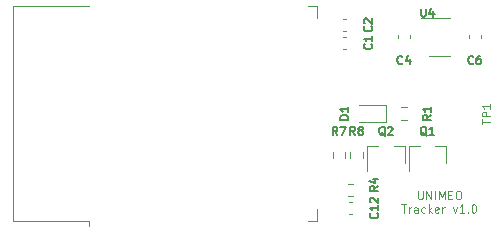
<source format=gto>
G04 #@! TF.GenerationSoftware,KiCad,Pcbnew,(5.1.10)-1*
G04 #@! TF.CreationDate,2021-10-28T01:20:31+09:00*
G04 #@! TF.ProjectId,cat_tracker,6361745f-7472-4616-936b-65722e6b6963,rev?*
G04 #@! TF.SameCoordinates,Original*
G04 #@! TF.FileFunction,Legend,Top*
G04 #@! TF.FilePolarity,Positive*
%FSLAX46Y46*%
G04 Gerber Fmt 4.6, Leading zero omitted, Abs format (unit mm)*
G04 Created by KiCad (PCBNEW (5.1.10)-1) date 2021-10-28 01:20:31*
%MOMM*%
%LPD*%
G01*
G04 APERTURE LIST*
%ADD10C,0.100000*%
%ADD11C,0.120000*%
%ADD12C,0.150000*%
G04 APERTURE END LIST*
D10*
X58683333Y-46041666D02*
X58683333Y-46608333D01*
X58716666Y-46675000D01*
X58750000Y-46708333D01*
X58816666Y-46741666D01*
X58950000Y-46741666D01*
X59016666Y-46708333D01*
X59050000Y-46675000D01*
X59083333Y-46608333D01*
X59083333Y-46041666D01*
X59416666Y-46741666D02*
X59416666Y-46041666D01*
X59816666Y-46741666D01*
X59816666Y-46041666D01*
X60150000Y-46741666D02*
X60150000Y-46041666D01*
X60483333Y-46741666D02*
X60483333Y-46041666D01*
X60716666Y-46541666D01*
X60950000Y-46041666D01*
X60950000Y-46741666D01*
X61283333Y-46375000D02*
X61516666Y-46375000D01*
X61616666Y-46741666D02*
X61283333Y-46741666D01*
X61283333Y-46041666D01*
X61616666Y-46041666D01*
X62050000Y-46041666D02*
X62183333Y-46041666D01*
X62250000Y-46075000D01*
X62316666Y-46141666D01*
X62350000Y-46275000D01*
X62350000Y-46508333D01*
X62316666Y-46641666D01*
X62250000Y-46708333D01*
X62183333Y-46741666D01*
X62050000Y-46741666D01*
X61983333Y-46708333D01*
X61916666Y-46641666D01*
X61883333Y-46508333D01*
X61883333Y-46275000D01*
X61916666Y-46141666D01*
X61983333Y-46075000D01*
X62050000Y-46041666D01*
X57300000Y-47191666D02*
X57700000Y-47191666D01*
X57500000Y-47891666D02*
X57500000Y-47191666D01*
X57933333Y-47891666D02*
X57933333Y-47425000D01*
X57933333Y-47558333D02*
X57966666Y-47491666D01*
X58000000Y-47458333D01*
X58066666Y-47425000D01*
X58133333Y-47425000D01*
X58666666Y-47891666D02*
X58666666Y-47525000D01*
X58633333Y-47458333D01*
X58566666Y-47425000D01*
X58433333Y-47425000D01*
X58366666Y-47458333D01*
X58666666Y-47858333D02*
X58600000Y-47891666D01*
X58433333Y-47891666D01*
X58366666Y-47858333D01*
X58333333Y-47791666D01*
X58333333Y-47725000D01*
X58366666Y-47658333D01*
X58433333Y-47625000D01*
X58600000Y-47625000D01*
X58666666Y-47591666D01*
X59300000Y-47858333D02*
X59233333Y-47891666D01*
X59100000Y-47891666D01*
X59033333Y-47858333D01*
X59000000Y-47825000D01*
X58966666Y-47758333D01*
X58966666Y-47558333D01*
X59000000Y-47491666D01*
X59033333Y-47458333D01*
X59100000Y-47425000D01*
X59233333Y-47425000D01*
X59300000Y-47458333D01*
X59600000Y-47891666D02*
X59600000Y-47191666D01*
X59666666Y-47625000D02*
X59866666Y-47891666D01*
X59866666Y-47425000D02*
X59600000Y-47691666D01*
X60433333Y-47858333D02*
X60366666Y-47891666D01*
X60233333Y-47891666D01*
X60166666Y-47858333D01*
X60133333Y-47791666D01*
X60133333Y-47525000D01*
X60166666Y-47458333D01*
X60233333Y-47425000D01*
X60366666Y-47425000D01*
X60433333Y-47458333D01*
X60466666Y-47525000D01*
X60466666Y-47591666D01*
X60133333Y-47658333D01*
X60766666Y-47891666D02*
X60766666Y-47425000D01*
X60766666Y-47558333D02*
X60800000Y-47491666D01*
X60833333Y-47458333D01*
X60900000Y-47425000D01*
X60966666Y-47425000D01*
X61666666Y-47425000D02*
X61833333Y-47891666D01*
X62000000Y-47425000D01*
X62633333Y-47891666D02*
X62233333Y-47891666D01*
X62433333Y-47891666D02*
X62433333Y-47191666D01*
X62366666Y-47291666D01*
X62300000Y-47358333D01*
X62233333Y-47391666D01*
X62933333Y-47825000D02*
X62966666Y-47858333D01*
X62933333Y-47891666D01*
X62900000Y-47858333D01*
X62933333Y-47825000D01*
X62933333Y-47891666D01*
X63400000Y-47191666D02*
X63466666Y-47191666D01*
X63533333Y-47225000D01*
X63566666Y-47258333D01*
X63600000Y-47325000D01*
X63633333Y-47458333D01*
X63633333Y-47625000D01*
X63600000Y-47758333D01*
X63566666Y-47825000D01*
X63533333Y-47858333D01*
X63466666Y-47891666D01*
X63400000Y-47891666D01*
X63333333Y-47858333D01*
X63300000Y-47825000D01*
X63266666Y-47758333D01*
X63233333Y-47625000D01*
X63233333Y-47458333D01*
X63266666Y-47325000D01*
X63300000Y-47258333D01*
X63333333Y-47225000D01*
X63400000Y-47191666D01*
D11*
X54022500Y-43237258D02*
X54022500Y-42762742D01*
X52977500Y-43237258D02*
X52977500Y-42762742D01*
X52522500Y-43237258D02*
X52522500Y-42762742D01*
X51477500Y-43237258D02*
X51477500Y-42762742D01*
X52762742Y-46522500D02*
X53237258Y-46522500D01*
X52762742Y-45477500D02*
X53237258Y-45477500D01*
X57262742Y-40022500D02*
X57737258Y-40022500D01*
X57262742Y-38977500D02*
X57737258Y-38977500D01*
X57580000Y-42240000D02*
X57580000Y-43700000D01*
X54420000Y-42240000D02*
X54420000Y-44400000D01*
X54420000Y-42240000D02*
X55350000Y-42240000D01*
X57580000Y-42240000D02*
X56650000Y-42240000D01*
X61080000Y-42240000D02*
X61080000Y-43700000D01*
X57920000Y-42240000D02*
X57920000Y-44400000D01*
X57920000Y-42240000D02*
X58850000Y-42240000D01*
X61080000Y-42240000D02*
X60150000Y-42240000D01*
X55985000Y-38765000D02*
X53700000Y-38765000D01*
X55985000Y-40235000D02*
X55985000Y-38765000D01*
X53700000Y-40235000D02*
X55985000Y-40235000D01*
X53140580Y-46990000D02*
X52859420Y-46990000D01*
X53140580Y-48010000D02*
X52859420Y-48010000D01*
X64010000Y-33140580D02*
X64010000Y-32859420D01*
X62990000Y-33140580D02*
X62990000Y-32859420D01*
X56990000Y-32859420D02*
X56990000Y-33140580D01*
X58010000Y-32859420D02*
X58010000Y-33140580D01*
X52640580Y-31490000D02*
X52359420Y-31490000D01*
X52640580Y-32510000D02*
X52359420Y-32510000D01*
X52640580Y-32990000D02*
X52359420Y-32990000D01*
X52640580Y-34010000D02*
X52359420Y-34010000D01*
X30805000Y-48620000D02*
X30805000Y-49000000D01*
X24385000Y-48620000D02*
X30805000Y-48620000D01*
X24385000Y-30380000D02*
X30805000Y-30380000D01*
X24385000Y-48620000D02*
X24385000Y-30380000D01*
X50130000Y-30380000D02*
X50130000Y-31380000D01*
X49350000Y-30380000D02*
X50130000Y-30380000D01*
X50130000Y-48620000D02*
X50130000Y-47620000D01*
X49350000Y-48620000D02*
X50130000Y-48620000D01*
X61400000Y-31390000D02*
X58950000Y-31390000D01*
X59600000Y-34610000D02*
X61400000Y-34610000D01*
D12*
X53383333Y-41316666D02*
X53150000Y-40983333D01*
X52983333Y-41316666D02*
X52983333Y-40616666D01*
X53250000Y-40616666D01*
X53316666Y-40650000D01*
X53350000Y-40683333D01*
X53383333Y-40750000D01*
X53383333Y-40850000D01*
X53350000Y-40916666D01*
X53316666Y-40950000D01*
X53250000Y-40983333D01*
X52983333Y-40983333D01*
X53783333Y-40916666D02*
X53716666Y-40883333D01*
X53683333Y-40850000D01*
X53650000Y-40783333D01*
X53650000Y-40750000D01*
X53683333Y-40683333D01*
X53716666Y-40650000D01*
X53783333Y-40616666D01*
X53916666Y-40616666D01*
X53983333Y-40650000D01*
X54016666Y-40683333D01*
X54050000Y-40750000D01*
X54050000Y-40783333D01*
X54016666Y-40850000D01*
X53983333Y-40883333D01*
X53916666Y-40916666D01*
X53783333Y-40916666D01*
X53716666Y-40950000D01*
X53683333Y-40983333D01*
X53650000Y-41050000D01*
X53650000Y-41183333D01*
X53683333Y-41250000D01*
X53716666Y-41283333D01*
X53783333Y-41316666D01*
X53916666Y-41316666D01*
X53983333Y-41283333D01*
X54016666Y-41250000D01*
X54050000Y-41183333D01*
X54050000Y-41050000D01*
X54016666Y-40983333D01*
X53983333Y-40950000D01*
X53916666Y-40916666D01*
X51883333Y-41316666D02*
X51650000Y-40983333D01*
X51483333Y-41316666D02*
X51483333Y-40616666D01*
X51750000Y-40616666D01*
X51816666Y-40650000D01*
X51850000Y-40683333D01*
X51883333Y-40750000D01*
X51883333Y-40850000D01*
X51850000Y-40916666D01*
X51816666Y-40950000D01*
X51750000Y-40983333D01*
X51483333Y-40983333D01*
X52116666Y-40616666D02*
X52583333Y-40616666D01*
X52283333Y-41316666D01*
X55316666Y-45616666D02*
X54983333Y-45850000D01*
X55316666Y-46016666D02*
X54616666Y-46016666D01*
X54616666Y-45750000D01*
X54650000Y-45683333D01*
X54683333Y-45650000D01*
X54750000Y-45616666D01*
X54850000Y-45616666D01*
X54916666Y-45650000D01*
X54950000Y-45683333D01*
X54983333Y-45750000D01*
X54983333Y-46016666D01*
X54850000Y-45016666D02*
X55316666Y-45016666D01*
X54583333Y-45183333D02*
X55083333Y-45350000D01*
X55083333Y-44916666D01*
X59816666Y-39616666D02*
X59483333Y-39850000D01*
X59816666Y-40016666D02*
X59116666Y-40016666D01*
X59116666Y-39750000D01*
X59150000Y-39683333D01*
X59183333Y-39650000D01*
X59250000Y-39616666D01*
X59350000Y-39616666D01*
X59416666Y-39650000D01*
X59450000Y-39683333D01*
X59483333Y-39750000D01*
X59483333Y-40016666D01*
X59816666Y-38950000D02*
X59816666Y-39350000D01*
X59816666Y-39150000D02*
X59116666Y-39150000D01*
X59216666Y-39216666D01*
X59283333Y-39283333D01*
X59316666Y-39350000D01*
X55933333Y-41383333D02*
X55866666Y-41350000D01*
X55800000Y-41283333D01*
X55700000Y-41183333D01*
X55633333Y-41150000D01*
X55566666Y-41150000D01*
X55600000Y-41316666D02*
X55533333Y-41283333D01*
X55466666Y-41216666D01*
X55433333Y-41083333D01*
X55433333Y-40850000D01*
X55466666Y-40716666D01*
X55533333Y-40650000D01*
X55600000Y-40616666D01*
X55733333Y-40616666D01*
X55800000Y-40650000D01*
X55866666Y-40716666D01*
X55900000Y-40850000D01*
X55900000Y-41083333D01*
X55866666Y-41216666D01*
X55800000Y-41283333D01*
X55733333Y-41316666D01*
X55600000Y-41316666D01*
X56166666Y-40683333D02*
X56200000Y-40650000D01*
X56266666Y-40616666D01*
X56433333Y-40616666D01*
X56500000Y-40650000D01*
X56533333Y-40683333D01*
X56566666Y-40750000D01*
X56566666Y-40816666D01*
X56533333Y-40916666D01*
X56133333Y-41316666D01*
X56566666Y-41316666D01*
X59433333Y-41383333D02*
X59366666Y-41350000D01*
X59300000Y-41283333D01*
X59200000Y-41183333D01*
X59133333Y-41150000D01*
X59066666Y-41150000D01*
X59100000Y-41316666D02*
X59033333Y-41283333D01*
X58966666Y-41216666D01*
X58933333Y-41083333D01*
X58933333Y-40850000D01*
X58966666Y-40716666D01*
X59033333Y-40650000D01*
X59100000Y-40616666D01*
X59233333Y-40616666D01*
X59300000Y-40650000D01*
X59366666Y-40716666D01*
X59400000Y-40850000D01*
X59400000Y-41083333D01*
X59366666Y-41216666D01*
X59300000Y-41283333D01*
X59233333Y-41316666D01*
X59100000Y-41316666D01*
X60066666Y-41316666D02*
X59666666Y-41316666D01*
X59866666Y-41316666D02*
X59866666Y-40616666D01*
X59800000Y-40716666D01*
X59733333Y-40783333D01*
X59666666Y-40816666D01*
X52816666Y-40016666D02*
X52116666Y-40016666D01*
X52116666Y-39850000D01*
X52150000Y-39750000D01*
X52216666Y-39683333D01*
X52283333Y-39650000D01*
X52416666Y-39616666D01*
X52516666Y-39616666D01*
X52650000Y-39650000D01*
X52716666Y-39683333D01*
X52783333Y-39750000D01*
X52816666Y-39850000D01*
X52816666Y-40016666D01*
X52816666Y-38950000D02*
X52816666Y-39350000D01*
X52816666Y-39150000D02*
X52116666Y-39150000D01*
X52216666Y-39216666D01*
X52283333Y-39283333D01*
X52316666Y-39350000D01*
X55250000Y-47950000D02*
X55283333Y-47983333D01*
X55316666Y-48083333D01*
X55316666Y-48150000D01*
X55283333Y-48250000D01*
X55216666Y-48316666D01*
X55150000Y-48350000D01*
X55016666Y-48383333D01*
X54916666Y-48383333D01*
X54783333Y-48350000D01*
X54716666Y-48316666D01*
X54650000Y-48250000D01*
X54616666Y-48150000D01*
X54616666Y-48083333D01*
X54650000Y-47983333D01*
X54683333Y-47950000D01*
X55316666Y-47283333D02*
X55316666Y-47683333D01*
X55316666Y-47483333D02*
X54616666Y-47483333D01*
X54716666Y-47550000D01*
X54783333Y-47616666D01*
X54816666Y-47683333D01*
X54683333Y-47016666D02*
X54650000Y-46983333D01*
X54616666Y-46916666D01*
X54616666Y-46750000D01*
X54650000Y-46683333D01*
X54683333Y-46650000D01*
X54750000Y-46616666D01*
X54816666Y-46616666D01*
X54916666Y-46650000D01*
X55316666Y-47050000D01*
X55316666Y-46616666D01*
X63383333Y-35250000D02*
X63350000Y-35283333D01*
X63250000Y-35316666D01*
X63183333Y-35316666D01*
X63083333Y-35283333D01*
X63016666Y-35216666D01*
X62983333Y-35150000D01*
X62950000Y-35016666D01*
X62950000Y-34916666D01*
X62983333Y-34783333D01*
X63016666Y-34716666D01*
X63083333Y-34650000D01*
X63183333Y-34616666D01*
X63250000Y-34616666D01*
X63350000Y-34650000D01*
X63383333Y-34683333D01*
X63983333Y-34616666D02*
X63850000Y-34616666D01*
X63783333Y-34650000D01*
X63750000Y-34683333D01*
X63683333Y-34783333D01*
X63650000Y-34916666D01*
X63650000Y-35183333D01*
X63683333Y-35250000D01*
X63716666Y-35283333D01*
X63783333Y-35316666D01*
X63916666Y-35316666D01*
X63983333Y-35283333D01*
X64016666Y-35250000D01*
X64050000Y-35183333D01*
X64050000Y-35016666D01*
X64016666Y-34950000D01*
X63983333Y-34916666D01*
X63916666Y-34883333D01*
X63783333Y-34883333D01*
X63716666Y-34916666D01*
X63683333Y-34950000D01*
X63650000Y-35016666D01*
X57383333Y-35250000D02*
X57350000Y-35283333D01*
X57250000Y-35316666D01*
X57183333Y-35316666D01*
X57083333Y-35283333D01*
X57016666Y-35216666D01*
X56983333Y-35150000D01*
X56950000Y-35016666D01*
X56950000Y-34916666D01*
X56983333Y-34783333D01*
X57016666Y-34716666D01*
X57083333Y-34650000D01*
X57183333Y-34616666D01*
X57250000Y-34616666D01*
X57350000Y-34650000D01*
X57383333Y-34683333D01*
X57983333Y-34850000D02*
X57983333Y-35316666D01*
X57816666Y-34583333D02*
X57650000Y-35083333D01*
X58083333Y-35083333D01*
X54750000Y-32116666D02*
X54783333Y-32150000D01*
X54816666Y-32250000D01*
X54816666Y-32316666D01*
X54783333Y-32416666D01*
X54716666Y-32483333D01*
X54650000Y-32516666D01*
X54516666Y-32550000D01*
X54416666Y-32550000D01*
X54283333Y-32516666D01*
X54216666Y-32483333D01*
X54150000Y-32416666D01*
X54116666Y-32316666D01*
X54116666Y-32250000D01*
X54150000Y-32150000D01*
X54183333Y-32116666D01*
X54183333Y-31850000D02*
X54150000Y-31816666D01*
X54116666Y-31750000D01*
X54116666Y-31583333D01*
X54150000Y-31516666D01*
X54183333Y-31483333D01*
X54250000Y-31450000D01*
X54316666Y-31450000D01*
X54416666Y-31483333D01*
X54816666Y-31883333D01*
X54816666Y-31450000D01*
X54750000Y-33616666D02*
X54783333Y-33650000D01*
X54816666Y-33750000D01*
X54816666Y-33816666D01*
X54783333Y-33916666D01*
X54716666Y-33983333D01*
X54650000Y-34016666D01*
X54516666Y-34050000D01*
X54416666Y-34050000D01*
X54283333Y-34016666D01*
X54216666Y-33983333D01*
X54150000Y-33916666D01*
X54116666Y-33816666D01*
X54116666Y-33750000D01*
X54150000Y-33650000D01*
X54183333Y-33616666D01*
X54816666Y-32950000D02*
X54816666Y-33350000D01*
X54816666Y-33150000D02*
X54116666Y-33150000D01*
X54216666Y-33216666D01*
X54283333Y-33283333D01*
X54316666Y-33350000D01*
X58966666Y-30616666D02*
X58966666Y-31183333D01*
X59000000Y-31250000D01*
X59033333Y-31283333D01*
X59100000Y-31316666D01*
X59233333Y-31316666D01*
X59300000Y-31283333D01*
X59333333Y-31250000D01*
X59366666Y-31183333D01*
X59366666Y-30616666D01*
X60000000Y-30850000D02*
X60000000Y-31316666D01*
X59833333Y-30583333D02*
X59666666Y-31083333D01*
X60100000Y-31083333D01*
D10*
X64116666Y-40383333D02*
X64116666Y-39983333D01*
X64816666Y-40183333D02*
X64116666Y-40183333D01*
X64816666Y-39750000D02*
X64116666Y-39750000D01*
X64116666Y-39483333D01*
X64150000Y-39416666D01*
X64183333Y-39383333D01*
X64250000Y-39350000D01*
X64350000Y-39350000D01*
X64416666Y-39383333D01*
X64450000Y-39416666D01*
X64483333Y-39483333D01*
X64483333Y-39750000D01*
X64816666Y-38683333D02*
X64816666Y-39083333D01*
X64816666Y-38883333D02*
X64116666Y-38883333D01*
X64216666Y-38950000D01*
X64283333Y-39016666D01*
X64316666Y-39083333D01*
M02*

</source>
